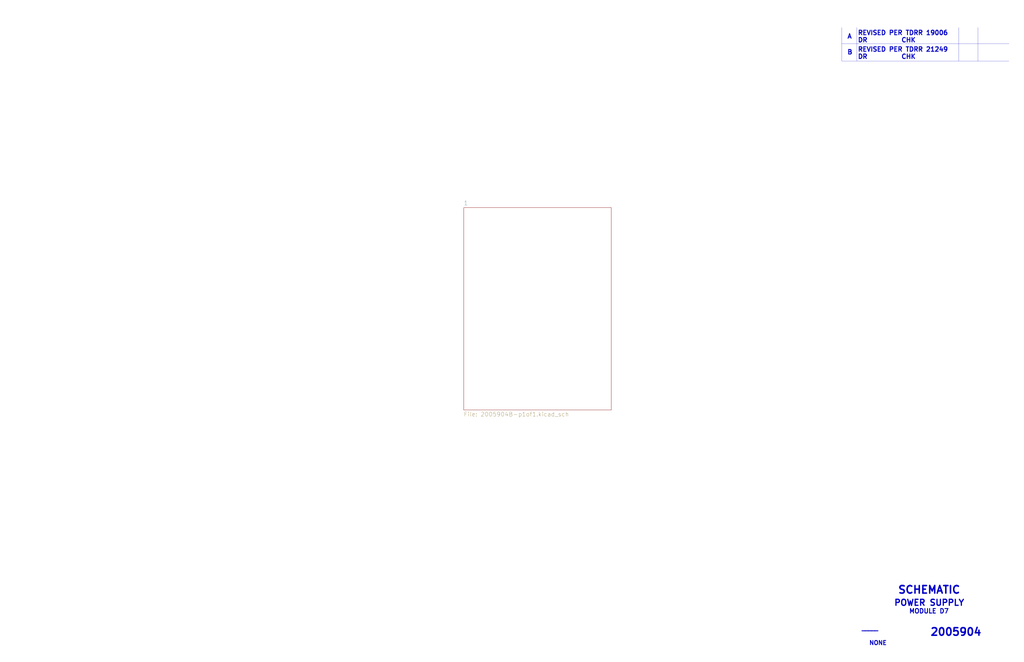
<source format=kicad_sch>
(kicad_sch (version 20211123) (generator eeschema)
  (paper "D")
  (lib_symbols)
  (polyline (pts (xy 710.0062 23.241) (xy 710.0062 51.4858)) (stroke (width 0) (type solid)))
  (polyline (pts (xy 824.7888 23.2918) (xy 824.7888 51.4858)) (stroke (width 0) (type solid)))
  (polyline (pts (xy 808.5074 23.2664) (xy 808.5074 51.4858)) (stroke (width 0) (type solid)))
  (polyline (pts (xy 722.7062 23.241) (xy 722.7062 51.4858)) (stroke (width 0) (type solid)))
  (polyline (pts (xy 850.9 37.0078) (xy 710.0062 37.0078)) (stroke (width 0) (type solid)))
  (polyline (pts (xy 710.0062 51.4858) (xy 850.8746 51.4858)) (stroke (width 0) (type solid)))
  (text "POWER SUPPLY" (at 753.745 511.81 0) (effects (font (size 5.08 5.08) (thickness 1.016) bold) (justify left bottom)))
  (text "2005904" (at 784.225 537.21 0) (effects (font (size 6.35 6.35) (thickness 1.27) bold) (justify left bottom)))
  (text "MODULE D7" (at 766.445 518.16 0) (effects (font (size 3.81 3.81) (thickness 0.762) bold) (justify left bottom)))
  (text "NONE" (at 732.79 544.83 0) (effects (font (size 3.556 3.556) (thickness 0.7112) bold) (justify left bottom)))
  (text "REVISED PER TDRR 21249\nDR          CHK" (at 723.265 50.165 0) (effects (font (size 3.81 3.81) (thickness 0.762) bold) (justify left bottom)))
  (text "SCHEMATIC" (at 756.92 501.65 0) (effects (font (size 6.35 6.35) (thickness 1.27) bold) (justify left bottom)))
  (text "B" (at 714.375 46.355 0) (effects (font (size 3.81 3.81) (thickness 0.762) bold) (justify left bottom)))
  (text "_____" (at 726.44 532.765 0) (effects (font (size 3.556 3.556) (thickness 0.7112) bold) (justify left bottom)))
  (text "A" (at 714.375 33.02 0) (effects (font (size 3.81 3.81) (thickness 0.762) bold) (justify left bottom)))
  (text "REVISED PER TDRR 19006\nDR          CHK" (at 723.265 36.195 0) (effects (font (size 3.81 3.81) (thickness 0.762) bold) (justify left bottom)))
  (sheet (at 391.16 175.26) (size 124.46 170.815)
    (property "Sheet name" "1" (at 391.16 173.4054 0) (effects (font (size 3.556 3.556)) (justify left bottom)))
    (property "Sheet file" "2005904B-p1of1.kicad_sch" (at 391.16 347.574 0) (effects (font (size 3.556 3.556)) (justify left top)))
  )
)
</source>
